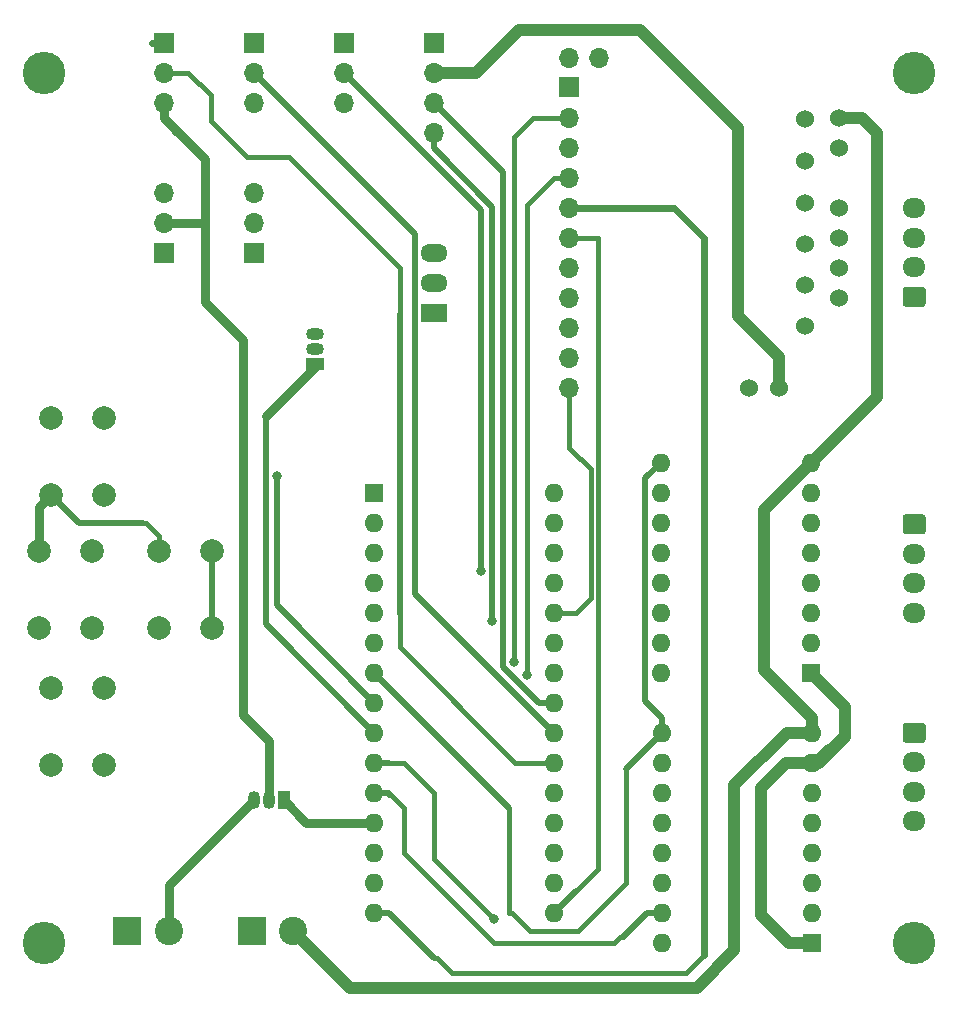
<source format=gbr>
%TF.GenerationSoftware,KiCad,Pcbnew,(5.1.9)-1*%
%TF.CreationDate,2021-11-28T22:55:22-05:00*%
%TF.ProjectId,FilamentFactoryBoard,46696c61-6d65-46e7-9446-6163746f7279,rev?*%
%TF.SameCoordinates,Original*%
%TF.FileFunction,Copper,L2,Bot*%
%TF.FilePolarity,Positive*%
%FSLAX46Y46*%
G04 Gerber Fmt 4.6, Leading zero omitted, Abs format (unit mm)*
G04 Created by KiCad (PCBNEW (5.1.9)-1) date 2021-11-28 22:55:22*
%MOMM*%
%LPD*%
G01*
G04 APERTURE LIST*
%TA.AperFunction,ComponentPad*%
%ADD10R,1.500000X1.050000*%
%TD*%
%TA.AperFunction,ComponentPad*%
%ADD11O,1.500000X1.050000*%
%TD*%
%TA.AperFunction,ComponentPad*%
%ADD12R,1.050000X1.500000*%
%TD*%
%TA.AperFunction,ComponentPad*%
%ADD13O,1.050000X1.500000*%
%TD*%
%TA.AperFunction,ComponentPad*%
%ADD14C,2.000000*%
%TD*%
%TA.AperFunction,ComponentPad*%
%ADD15O,1.600000X1.600000*%
%TD*%
%TA.AperFunction,ComponentPad*%
%ADD16R,1.600000X1.600000*%
%TD*%
%TA.AperFunction,ComponentPad*%
%ADD17C,1.524000*%
%TD*%
%TA.AperFunction,ComponentPad*%
%ADD18O,1.700000X1.700000*%
%TD*%
%TA.AperFunction,ComponentPad*%
%ADD19R,1.700000X1.700000*%
%TD*%
%TA.AperFunction,ComponentPad*%
%ADD20C,2.400000*%
%TD*%
%TA.AperFunction,ComponentPad*%
%ADD21R,2.400000X2.400000*%
%TD*%
%TA.AperFunction,ComponentPad*%
%ADD22O,1.950000X1.700000*%
%TD*%
%TA.AperFunction,ComponentPad*%
%ADD23O,2.300000X1.500000*%
%TD*%
%TA.AperFunction,ComponentPad*%
%ADD24R,2.300000X1.500000*%
%TD*%
%TA.AperFunction,ComponentPad*%
%ADD25C,3.600000*%
%TD*%
%TA.AperFunction,ViaPad*%
%ADD26C,0.800000*%
%TD*%
%TA.AperFunction,Conductor*%
%ADD27C,0.550000*%
%TD*%
%TA.AperFunction,Conductor*%
%ADD28C,0.400000*%
%TD*%
%TA.AperFunction,Conductor*%
%ADD29C,0.600000*%
%TD*%
%TA.AperFunction,Conductor*%
%ADD30C,1.000000*%
%TD*%
%TA.AperFunction,Conductor*%
%ADD31C,0.800000*%
%TD*%
G04 APERTURE END LIST*
D10*
%TO.P,Q2,1*%
%TO.N,Net-(A1-Pad9)*%
X259181600Y-60248800D03*
D11*
%TO.P,Q2,3*%
%TO.N,Net-(FanPWM1-Pad1)*%
X259181600Y-57708800D03*
%TO.P,Q2,2*%
%TO.N,+24V*%
X259181600Y-58978800D03*
%TD*%
D12*
%TO.P,Q1,1*%
%TO.N,Net-(A1-Pad12)*%
X256489200Y-97129600D03*
D13*
%TO.P,Q1,3*%
%TO.N,Net-(HeaterControl1-Pad2)*%
X253949200Y-97129600D03*
%TO.P,Q1,2*%
%TO.N,+5V*%
X255219200Y-97129600D03*
%TD*%
D14*
%TO.P,SW2,1*%
%TO.N,GND*%
X236800000Y-87630000D03*
%TO.P,SW2,2*%
%TO.N,Net-(A1-Pad19)*%
X241300000Y-87630000D03*
%TO.P,SW2,1*%
%TO.N,GND*%
X236800000Y-94130000D03*
%TO.P,SW2,2*%
%TO.N,Net-(A1-Pad19)*%
X241300000Y-94130000D03*
%TD*%
D15*
%TO.P,A1,16*%
%TO.N,Net-(A1-Pad16)*%
X279400000Y-106680000D03*
%TO.P,A1,15*%
%TO.N,Net-(A1-Pad15)*%
X264160000Y-106680000D03*
%TO.P,A1,30*%
%TO.N,N/C*%
X279400000Y-71120000D03*
%TO.P,A1,14*%
%TO.N,Net-(A1-Pad14)*%
X264160000Y-104140000D03*
%TO.P,A1,29*%
%TO.N,GND*%
X279400000Y-73660000D03*
%TO.P,A1,13*%
%TO.N,Net-(A1-Pad13)*%
X264160000Y-101600000D03*
%TO.P,A1,28*%
%TO.N,N/C*%
X279400000Y-76200000D03*
%TO.P,A1,12*%
%TO.N,Net-(A1-Pad12)*%
X264160000Y-99060000D03*
%TO.P,A1,27*%
%TO.N,+5V*%
X279400000Y-78740000D03*
%TO.P,A1,11*%
%TO.N,Net-(A1-Pad11)*%
X264160000Y-96520000D03*
%TO.P,A1,26*%
%TO.N,Net-(A1-Pad26)*%
X279400000Y-81280000D03*
%TO.P,A1,10*%
%TO.N,Net-(A1-Pad10)*%
X264160000Y-93980000D03*
%TO.P,A1,25*%
%TO.N,Net-(A1-Pad25)*%
X279400000Y-83820000D03*
%TO.P,A1,9*%
%TO.N,Net-(A1-Pad9)*%
X264160000Y-91440000D03*
%TO.P,A1,24*%
%TO.N,Net-(A1-Pad24)*%
X279400000Y-86360000D03*
%TO.P,A1,8*%
%TO.N,Net-(A1-Pad8)*%
X264160000Y-88900000D03*
%TO.P,A1,23*%
%TO.N,Net-(A1-Pad23)*%
X279400000Y-88900000D03*
%TO.P,A1,7*%
%TO.N,Net-(A1-Pad7)*%
X264160000Y-86360000D03*
%TO.P,A1,22*%
%TO.N,Net-(A1-Pad22)*%
X279400000Y-91440000D03*
%TO.P,A1,6*%
%TO.N,Net-(A1-Pad6)*%
X264160000Y-83820000D03*
%TO.P,A1,21*%
%TO.N,Net-(A1-Pad21)*%
X279400000Y-93980000D03*
%TO.P,A1,5*%
%TO.N,Net-(A1-Pad5)*%
X264160000Y-81280000D03*
%TO.P,A1,20*%
%TO.N,Net-(A1-Pad20)*%
X279400000Y-96520000D03*
%TO.P,A1,4*%
%TO.N,GND*%
X264160000Y-78740000D03*
%TO.P,A1,19*%
%TO.N,Net-(A1-Pad19)*%
X279400000Y-99060000D03*
%TO.P,A1,3*%
%TO.N,N/C*%
X264160000Y-76200000D03*
%TO.P,A1,18*%
X279400000Y-101600000D03*
%TO.P,A1,2*%
%TO.N,Net-(A1-Pad2)*%
X264160000Y-73660000D03*
%TO.P,A1,17*%
%TO.N,N/C*%
X279400000Y-104140000D03*
D16*
%TO.P,A1,1*%
%TO.N,Net-(A1-Pad1)*%
X264160000Y-71120000D03*
%TD*%
D17*
%TO.P,AMIS1,13*%
%TO.N,+24V*%
X300609000Y-39497000D03*
%TO.P,AMIS1,14*%
%TO.N,GND*%
X300609000Y-42989500D03*
%TO.P,AMIS1,15*%
%TO.N,Net-(AMIS1-Pad15)*%
X300609000Y-46545500D03*
%TO.P,AMIS1,16*%
%TO.N,Net-(AMIS1-Pad16)*%
X300609000Y-50038000D03*
%TO.P,AMIS1,17*%
%TO.N,Net-(AMIS1-Pad17)*%
X300609000Y-53530500D03*
%TO.P,AMIS1,18*%
%TO.N,Net-(AMIS1-Pad18)*%
X300609000Y-57023000D03*
%TO.P,AMIS1,20*%
%TO.N,GND*%
X295910000Y-62230000D03*
%TO.P,AMIS1,19*%
%TO.N,+5V*%
X298450000Y-62230000D03*
%TO.P,AMIS1,13*%
%TO.N,+24V*%
X303530000Y-39370000D03*
%TO.P,AMIS1,14*%
%TO.N,GND*%
X303530000Y-41910000D03*
%TO.P,AMIS1,15*%
%TO.N,Net-(AMIS1-Pad15)*%
X303530000Y-46990000D03*
%TO.P,AMIS1,16*%
%TO.N,Net-(AMIS1-Pad16)*%
X303530000Y-49530000D03*
%TO.P,AMIS1,17*%
%TO.N,Net-(AMIS1-Pad17)*%
X303530000Y-52070000D03*
%TO.P,AMIS1,18*%
%TO.N,Net-(AMIS1-Pad18)*%
X303530000Y-54610000D03*
D18*
%TO.P,AMIS1,12*%
%TO.N,N/C*%
X283170000Y-34290000D03*
%TO.P,AMIS1,2*%
%TO.N,Net-(A1-Pad13)*%
X280670000Y-39370000D03*
%TO.P,AMIS1,11*%
%TO.N,Net-(A1-Pad26)*%
X280670000Y-62230000D03*
%TO.P,AMIS1,10*%
%TO.N,N/C*%
X280670000Y-59690000D03*
%TO.P,AMIS1,9*%
X280670000Y-57150000D03*
%TO.P,AMIS1,8*%
X280670000Y-54610000D03*
%TO.P,AMIS1,7*%
X280670000Y-52070000D03*
%TO.P,AMIS1,6*%
%TO.N,Net-(A1-Pad16)*%
X280670000Y-49530000D03*
%TO.P,AMIS1,5*%
%TO.N,Net-(A1-Pad15)*%
X280670000Y-46990000D03*
%TO.P,AMIS1,4*%
%TO.N,Net-(A1-Pad14)*%
X280670000Y-44450000D03*
%TO.P,AMIS1,3*%
%TO.N,N/C*%
X280670000Y-41910000D03*
%TO.P,AMIS1,0*%
X280670000Y-34290000D03*
D19*
%TO.P,AMIS1,1*%
%TO.N,GND*%
X280670000Y-36790000D03*
%TD*%
D20*
%TO.P,HeaterControl1,2*%
%TO.N,Net-(HeaterControl1-Pad2)*%
X246761000Y-108204000D03*
D21*
%TO.P,HeaterControl1,1*%
%TO.N,GND*%
X243261000Y-108204000D03*
%TD*%
D22*
%TO.P,J5,4*%
%TO.N,Net-(A3-Pad3)*%
X309880000Y-81280000D03*
%TO.P,J5,3*%
%TO.N,Net-(A3-Pad4)*%
X309880000Y-78780000D03*
%TO.P,J5,2*%
%TO.N,Net-(A3-Pad5)*%
X309880000Y-76280000D03*
%TO.P,J5,1*%
%TO.N,Net-(A3-Pad6)*%
%TA.AperFunction,ComponentPad*%
G36*
G01*
X309155000Y-72930000D02*
X310605000Y-72930000D01*
G75*
G02*
X310855000Y-73180000I0J-250000D01*
G01*
X310855000Y-74380000D01*
G75*
G02*
X310605000Y-74630000I-250000J0D01*
G01*
X309155000Y-74630000D01*
G75*
G02*
X308905000Y-74380000I0J250000D01*
G01*
X308905000Y-73180000D01*
G75*
G02*
X309155000Y-72930000I250000J0D01*
G01*
G37*
%TD.AperFunction*%
%TD*%
D20*
%TO.P,24V_IN1,2*%
%TO.N,+24V*%
X257302000Y-108204000D03*
D21*
%TO.P,24V_IN1,1*%
%TO.N,GND*%
X253802000Y-108204000D03*
%TD*%
D22*
%TO.P,J2,4*%
%TO.N,Net-(AMIS1-Pad15)*%
X309880000Y-47030000D03*
%TO.P,J2,3*%
%TO.N,Net-(AMIS1-Pad16)*%
X309880000Y-49530000D03*
%TO.P,J2,2*%
%TO.N,Net-(AMIS1-Pad17)*%
X309880000Y-52030000D03*
%TO.P,J2,1*%
%TO.N,Net-(AMIS1-Pad18)*%
%TA.AperFunction,ComponentPad*%
G36*
G01*
X310605000Y-55380000D02*
X309155000Y-55380000D01*
G75*
G02*
X308905000Y-55130000I0J250000D01*
G01*
X308905000Y-53930000D01*
G75*
G02*
X309155000Y-53680000I250000J0D01*
G01*
X310605000Y-53680000D01*
G75*
G02*
X310855000Y-53930000I0J-250000D01*
G01*
X310855000Y-55130000D01*
G75*
G02*
X310605000Y-55380000I-250000J0D01*
G01*
G37*
%TD.AperFunction*%
%TD*%
D23*
%TO.P,U1,3*%
%TO.N,+5V*%
X269240000Y-50800000D03*
%TO.P,U1,2*%
%TO.N,GND*%
X269240000Y-53340000D03*
D24*
%TO.P,U1,1*%
%TO.N,+24V*%
X269240000Y-55880000D03*
%TD*%
D14*
%TO.P,SW4,1*%
%TO.N,GND*%
X236800000Y-64770000D03*
%TO.P,SW4,2*%
%TO.N,Net-(A1-Pad1)*%
X241300000Y-64770000D03*
%TO.P,SW4,1*%
%TO.N,GND*%
X236800000Y-71270000D03*
%TO.P,SW4,2*%
%TO.N,Net-(A1-Pad1)*%
X241300000Y-71270000D03*
%TD*%
%TO.P,SW3,1*%
%TO.N,GND*%
X235784000Y-76050000D03*
%TO.P,SW3,2*%
%TO.N,Net-(A1-Pad2)*%
X240284000Y-76050000D03*
%TO.P,SW3,1*%
%TO.N,GND*%
X235784000Y-82550000D03*
%TO.P,SW3,2*%
%TO.N,Net-(A1-Pad2)*%
X240284000Y-82550000D03*
%TD*%
%TO.P,SW1,1*%
%TO.N,GND*%
X245944000Y-76050000D03*
%TO.P,SW1,2*%
%TO.N,Net-(A1-Pad20)*%
X250444000Y-76050000D03*
%TO.P,SW1,1*%
%TO.N,GND*%
X245944000Y-82550000D03*
%TO.P,SW1,2*%
%TO.N,Net-(A1-Pad20)*%
X250444000Y-82550000D03*
%TD*%
D18*
%TO.P,Thermistor1,3*%
%TO.N,+5V*%
X261620000Y-38100000D03*
%TO.P,Thermistor1,2*%
%TO.N,Net-(A1-Pad25)*%
X261620000Y-35560000D03*
D19*
%TO.P,Thermistor1,1*%
%TO.N,GND*%
X261620000Y-33020000D03*
%TD*%
D18*
%TO.P,ServoPWM1,3*%
%TO.N,GND*%
X246380000Y-45720000D03*
%TO.P,ServoPWM1,2*%
%TO.N,+5V*%
X246380000Y-48260000D03*
D19*
%TO.P,ServoPWM1,1*%
%TO.N,Net-(A1-Pad8)*%
X246380000Y-50800000D03*
%TD*%
D18*
%TO.P,POT_tensionSensor1,3*%
%TO.N,+5V*%
X254000000Y-38100000D03*
%TO.P,POT_tensionSensor1,2*%
%TO.N,Net-(A1-Pad22)*%
X254000000Y-35560000D03*
D19*
%TO.P,POT_tensionSensor1,1*%
%TO.N,GND*%
X254000000Y-33020000D03*
%TD*%
D18*
%TO.P,LCD_I2C1,4*%
%TO.N,Net-(A1-Pad24)*%
X269240000Y-40640000D03*
%TO.P,LCD_I2C1,3*%
%TO.N,Net-(A1-Pad23)*%
X269240000Y-38100000D03*
%TO.P,LCD_I2C1,2*%
%TO.N,+5V*%
X269240000Y-35560000D03*
D19*
%TO.P,LCD_I2C1,1*%
%TO.N,GND*%
X269240000Y-33020000D03*
%TD*%
D22*
%TO.P,J4,4*%
%TO.N,Net-(A2-Pad3)*%
X309880000Y-98940000D03*
%TO.P,J4,3*%
%TO.N,Net-(A2-Pad4)*%
X309880000Y-96440000D03*
%TO.P,J4,2*%
%TO.N,Net-(A2-Pad5)*%
X309880000Y-93940000D03*
%TO.P,J4,1*%
%TO.N,Net-(A2-Pad6)*%
%TA.AperFunction,ComponentPad*%
G36*
G01*
X309155000Y-90590000D02*
X310605000Y-90590000D01*
G75*
G02*
X310855000Y-90840000I0J-250000D01*
G01*
X310855000Y-92040000D01*
G75*
G02*
X310605000Y-92290000I-250000J0D01*
G01*
X309155000Y-92290000D01*
G75*
G02*
X308905000Y-92040000I0J250000D01*
G01*
X308905000Y-90840000D01*
G75*
G02*
X309155000Y-90590000I250000J0D01*
G01*
G37*
%TD.AperFunction*%
%TD*%
D25*
%TO.P,H4,1*%
%TO.N,N/C*%
X236220000Y-109220000D03*
%TD*%
%TO.P,H3,1*%
%TO.N,N/C*%
X309880000Y-109220000D03*
%TD*%
%TO.P,H2,1*%
%TO.N,N/C*%
X236220000Y-35560000D03*
%TD*%
%TO.P,H1,1*%
%TO.N,N/C*%
X309880000Y-35560000D03*
%TD*%
D18*
%TO.P,FanPWM1,3*%
%TO.N,GND*%
X254000000Y-45720000D03*
%TO.P,FanPWM1,2*%
%TO.N,+24V*%
X254000000Y-48260000D03*
D19*
%TO.P,FanPWM1,1*%
%TO.N,Net-(FanPWM1-Pad1)*%
X254000000Y-50800000D03*
%TD*%
D18*
%TO.P,conductivitySensor1,3*%
%TO.N,+5V*%
X246380000Y-38100000D03*
%TO.P,conductivitySensor1,2*%
%TO.N,Net-(A1-Pad21)*%
X246380000Y-35560000D03*
D19*
%TO.P,conductivitySensor1,1*%
%TO.N,GND*%
X246380000Y-33020000D03*
%TD*%
D15*
%TO.P,A3,16*%
%TO.N,Net-(A1-Pad5)*%
X288461000Y-86339000D03*
%TO.P,A3,8*%
%TO.N,+24V*%
X301161000Y-68559000D03*
%TO.P,A3,15*%
%TO.N,Net-(A1-Pad6)*%
X288461000Y-83799000D03*
%TO.P,A3,7*%
%TO.N,GND*%
X301161000Y-71099000D03*
%TO.P,A3,14*%
%TO.N,N/C*%
X288461000Y-81259000D03*
%TO.P,A3,6*%
%TO.N,Net-(A3-Pad6)*%
X301161000Y-73639000D03*
%TO.P,A3,13*%
%TO.N,N/C*%
X288461000Y-78719000D03*
%TO.P,A3,5*%
%TO.N,Net-(A3-Pad5)*%
X301161000Y-76179000D03*
%TO.P,A3,12*%
%TO.N,N/C*%
X288461000Y-76179000D03*
%TO.P,A3,4*%
%TO.N,Net-(A3-Pad4)*%
X301161000Y-78719000D03*
%TO.P,A3,11*%
%TO.N,N/C*%
X288461000Y-73639000D03*
%TO.P,A3,3*%
%TO.N,Net-(A3-Pad3)*%
X301161000Y-81259000D03*
%TO.P,A3,10*%
%TO.N,N/C*%
X288461000Y-71099000D03*
%TO.P,A3,2*%
%TO.N,+5V*%
X301161000Y-83799000D03*
%TO.P,A3,9*%
%TO.N,Net-(A1-Pad7)*%
X288461000Y-68559000D03*
D16*
%TO.P,A3,1*%
%TO.N,GND*%
X301161000Y-86339000D03*
%TD*%
D15*
%TO.P,A2,16*%
%TO.N,Net-(A1-Pad10)*%
X288544000Y-109220000D03*
%TO.P,A2,8*%
%TO.N,+24V*%
X301244000Y-91440000D03*
%TO.P,A2,15*%
%TO.N,Net-(A1-Pad11)*%
X288544000Y-106680000D03*
%TO.P,A2,7*%
%TO.N,GND*%
X301244000Y-93980000D03*
%TO.P,A2,14*%
%TO.N,N/C*%
X288544000Y-104140000D03*
%TO.P,A2,6*%
%TO.N,Net-(A2-Pad6)*%
X301244000Y-96520000D03*
%TO.P,A2,13*%
%TO.N,N/C*%
X288544000Y-101600000D03*
%TO.P,A2,5*%
%TO.N,Net-(A2-Pad5)*%
X301244000Y-99060000D03*
%TO.P,A2,12*%
%TO.N,N/C*%
X288544000Y-99060000D03*
%TO.P,A2,4*%
%TO.N,Net-(A2-Pad4)*%
X301244000Y-101600000D03*
%TO.P,A2,11*%
%TO.N,N/C*%
X288544000Y-96520000D03*
%TO.P,A2,3*%
%TO.N,Net-(A2-Pad3)*%
X301244000Y-104140000D03*
%TO.P,A2,10*%
%TO.N,N/C*%
X288544000Y-93980000D03*
%TO.P,A2,2*%
%TO.N,+5V*%
X301244000Y-106680000D03*
%TO.P,A2,9*%
%TO.N,Net-(A1-Pad7)*%
X288544000Y-91440000D03*
D16*
%TO.P,A2,1*%
%TO.N,GND*%
X301244000Y-109220000D03*
%TD*%
D26*
%TO.N,Net-(A1-Pad14)*%
X277122200Y-86558100D03*
%TO.N,Net-(A1-Pad13)*%
X275969900Y-85405800D03*
%TO.N,Net-(A1-Pad10)*%
X274320000Y-107186400D03*
%TO.N,Net-(A1-Pad25)*%
X273216500Y-77761000D03*
%TO.N,Net-(A1-Pad24)*%
X274156000Y-81937600D03*
%TO.N,Net-(A1-Pad8)*%
X255906500Y-69707900D03*
%TD*%
D27*
%TO.N,Net-(A1-Pad16)*%
X281233400Y-104846600D02*
X279400000Y-106680000D01*
D28*
X280670000Y-49530000D02*
X283108400Y-49530000D01*
X283108400Y-102971600D02*
X282575000Y-103505000D01*
X283108400Y-49530000D02*
X283108400Y-102971600D01*
X282575000Y-103505000D02*
X281233400Y-104846600D01*
X282956000Y-103124000D02*
X282575000Y-103505000D01*
D27*
%TO.N,Net-(A1-Pad15)*%
X264160000Y-106680000D02*
X265435300Y-106680000D01*
X265435300Y-106680000D02*
X269253400Y-110498100D01*
D28*
X269253400Y-110498100D02*
X269502100Y-110498100D01*
X269502100Y-110498100D02*
X270764000Y-111760000D01*
X270764000Y-111760000D02*
X290576000Y-111760000D01*
X290576000Y-111760000D02*
X292100000Y-110236000D01*
D29*
X292100000Y-110236000D02*
X292100000Y-49530000D01*
X292100000Y-49530000D02*
X289560000Y-46990000D01*
X289560000Y-46990000D02*
X280670000Y-46990000D01*
D28*
%TO.N,Net-(A1-Pad14)*%
X277122200Y-46727800D02*
X279400000Y-44450000D01*
X277122200Y-86558100D02*
X277122200Y-46727800D01*
X280670000Y-44450000D02*
X279400000Y-44450000D01*
D27*
%TO.N,GND*%
X244570000Y-73660000D02*
X239190000Y-73660000D01*
X239190000Y-73660000D02*
X236800000Y-71270000D01*
X302564300Y-92659700D02*
X301244000Y-93980000D01*
D28*
X244570000Y-73660000D02*
X244856000Y-73660000D01*
X245944000Y-74748000D02*
X245944000Y-76050000D01*
X244856000Y-73660000D02*
X245944000Y-74748000D01*
X303784000Y-91440000D02*
X302564300Y-92659700D01*
X303784000Y-90170000D02*
X303784000Y-91440000D01*
D29*
X245364000Y-33020000D02*
X246380000Y-33020000D01*
D30*
X301244000Y-93980000D02*
X299059600Y-93980000D01*
X299059600Y-93980000D02*
X296926000Y-96113600D01*
X296926000Y-96113600D02*
X296926000Y-106883200D01*
X299262800Y-109220000D02*
X301244000Y-109220000D01*
X296926000Y-106883200D02*
X299262800Y-109220000D01*
X301244000Y-93980000D02*
X301853600Y-93980000D01*
X301853600Y-93980000D02*
X304038000Y-91795600D01*
X304038000Y-89216000D02*
X301161000Y-86339000D01*
X304038000Y-91795600D02*
X304038000Y-89216000D01*
D31*
X235784000Y-72286000D02*
X236800000Y-71270000D01*
X235784000Y-76050000D02*
X235784000Y-72286000D01*
D28*
%TO.N,Net-(A1-Pad13)*%
X275969900Y-41022100D02*
X275969900Y-85405800D01*
X277622000Y-39370000D02*
X275969900Y-41022100D01*
X280670000Y-39370000D02*
X277622000Y-39370000D01*
D31*
%TO.N,Net-(A1-Pad12)*%
X258419600Y-99060000D02*
X256489200Y-97129600D01*
X264160000Y-99060000D02*
X258419600Y-99060000D01*
D28*
%TO.N,+5V*%
X248920000Y-41965300D02*
X247725300Y-40770600D01*
D30*
X298450000Y-59639200D02*
X298450000Y-62230000D01*
X294995600Y-40233600D02*
X294995600Y-56184800D01*
X294995600Y-56184800D02*
X298450000Y-59639200D01*
X286664400Y-31902400D02*
X294995600Y-40233600D01*
X272796000Y-35560000D02*
X276453600Y-31902400D01*
X276453600Y-31902400D02*
X286664400Y-31902400D01*
X269240000Y-35560000D02*
X272796000Y-35560000D01*
D31*
X255219200Y-97129600D02*
X255219200Y-92151200D01*
X255219200Y-92151200D02*
X253034800Y-89966800D01*
X253034800Y-89966800D02*
X253034800Y-58166000D01*
X253034800Y-58166000D02*
X249834400Y-54965600D01*
D27*
X247342950Y-40388250D02*
X246380000Y-39425300D01*
X247725300Y-40770600D02*
X247342950Y-40388250D01*
D31*
X249631200Y-48260000D02*
X249834400Y-48056800D01*
X246380000Y-48260000D02*
X249631200Y-48260000D01*
X249834400Y-48056800D02*
X249834400Y-42879700D01*
X249834400Y-54965600D02*
X249834400Y-48056800D01*
X246380000Y-39425300D02*
X247952550Y-40997850D01*
X246380000Y-38100000D02*
X246380000Y-39425300D01*
X247952550Y-40997850D02*
X247342950Y-40388250D01*
X249834400Y-42879700D02*
X247952550Y-40997850D01*
D27*
%TO.N,Net-(A1-Pad11)*%
X288544000Y-106680000D02*
X287268700Y-106680000D01*
X264160000Y-96520000D02*
X265435300Y-96520000D01*
X265435300Y-96520000D02*
X265435300Y-96679400D01*
X285211600Y-108737100D02*
X287268700Y-106680000D01*
D28*
X285211600Y-108737100D02*
X284962900Y-108737100D01*
X284962900Y-108737100D02*
X284480000Y-109220000D01*
X284480000Y-109220000D02*
X274320000Y-109220000D01*
X274320000Y-109220000D02*
X266700000Y-101600000D01*
X266700000Y-97784700D02*
X265435300Y-96520000D01*
X266700000Y-101600000D02*
X266700000Y-97784700D01*
%TO.N,Net-(A1-Pad26)*%
X280670000Y-62230000D02*
X280670000Y-67310000D01*
X280670000Y-67310000D02*
X282498800Y-69138800D01*
X282498800Y-69138800D02*
X282498800Y-80010000D01*
X281228800Y-81280000D02*
X279400000Y-81280000D01*
X282498800Y-80010000D02*
X281228800Y-81280000D01*
D27*
%TO.N,Net-(A1-Pad10)*%
X264160000Y-93980000D02*
X265435300Y-93980000D01*
D28*
X265435300Y-93980000D02*
X266700000Y-93980000D01*
X266700000Y-93980000D02*
X269240000Y-96520000D01*
X269240000Y-102106400D02*
X274320000Y-107186400D01*
X269240000Y-96520000D02*
X269240000Y-102106400D01*
D27*
%TO.N,Net-(A1-Pad25)*%
X261620000Y-35560000D02*
X273216500Y-47156500D01*
X273216500Y-47156500D02*
X273216500Y-77761000D01*
%TO.N,Net-(A1-Pad9)*%
X264160000Y-91440000D02*
X254983500Y-82263500D01*
D31*
X259181600Y-60437800D02*
X254983500Y-64635900D01*
X259181600Y-60248800D02*
X259181600Y-60437800D01*
D27*
X254983500Y-82263500D02*
X254983500Y-64635900D01*
%TO.N,Net-(A1-Pad24)*%
X269240000Y-41965300D02*
X274156000Y-46881300D01*
X274156000Y-46881300D02*
X274156000Y-81937600D01*
X269240000Y-40640000D02*
X269240000Y-41965300D01*
%TO.N,Net-(A1-Pad8)*%
X264160000Y-88900000D02*
X255906500Y-80646500D01*
X255906500Y-80646500D02*
X255906500Y-69707900D01*
%TO.N,Net-(A1-Pad23)*%
X279400000Y-88900000D02*
X278124700Y-88900000D01*
X278124700Y-88900000D02*
X275084700Y-85860000D01*
X275084700Y-85860000D02*
X275084700Y-43944700D01*
X275084700Y-43944700D02*
X269240000Y-38100000D01*
%TO.N,Net-(A1-Pad7)*%
X288461000Y-68559000D02*
X287131600Y-69888400D01*
X287131600Y-69888400D02*
X287131600Y-88752300D01*
X287131600Y-88752300D02*
X288544000Y-90164700D01*
X288544000Y-91440000D02*
X288544000Y-90164700D01*
X264160000Y-86360000D02*
X275590000Y-97790000D01*
D28*
X285496000Y-104140000D02*
X285496000Y-94488000D01*
X275844000Y-106680000D02*
X277368000Y-108204000D01*
X281432000Y-108204000D02*
X285496000Y-104140000D01*
X275590000Y-106680000D02*
X275844000Y-106680000D01*
X277368000Y-108204000D02*
X281432000Y-108204000D01*
X275590000Y-97790000D02*
X275590000Y-106680000D01*
D27*
X285496000Y-94488000D02*
X288544000Y-91440000D01*
%TO.N,Net-(A1-Pad22)*%
X279400000Y-91440000D02*
X267614600Y-79654600D01*
X267614600Y-79654600D02*
X267614600Y-49174600D01*
X267614600Y-49174600D02*
X254000000Y-35560000D01*
D28*
%TO.N,Net-(A1-Pad21)*%
X246380000Y-35560000D02*
X248412000Y-35560000D01*
X248412000Y-35560000D02*
X250317000Y-37465000D01*
X250317000Y-37465000D02*
X250317000Y-39624000D01*
X250317000Y-39624000D02*
X253365000Y-42672000D01*
X253365000Y-42672000D02*
X256921000Y-42672000D01*
X266319000Y-52070000D02*
X266319000Y-56007000D01*
X256921000Y-42672000D02*
X266319000Y-52070000D01*
X279400000Y-93980000D02*
X276098000Y-93980000D01*
X266319000Y-84201000D02*
X266319000Y-80645000D01*
X276098000Y-93980000D02*
X266319000Y-84201000D01*
D27*
X266319000Y-80645000D02*
X266319000Y-56007000D01*
X266319000Y-81407000D02*
X266319000Y-80645000D01*
%TO.N,Net-(A1-Pad20)*%
X250444000Y-82804000D02*
X250444000Y-76304000D01*
%TO.N,+24V*%
X299828200Y-69891800D02*
X301161000Y-68559000D01*
X300103650Y-89024350D02*
X299828200Y-88748900D01*
D30*
X306705000Y-63015000D02*
X301161000Y-68559000D01*
X306705000Y-40640000D02*
X306705000Y-63015000D01*
X305435000Y-39370000D02*
X306705000Y-40640000D01*
X303530000Y-39370000D02*
X305435000Y-39370000D01*
X299085000Y-91440000D02*
X301244000Y-91440000D01*
X294640000Y-95885000D02*
X299085000Y-91440000D01*
X294640000Y-109855000D02*
X294640000Y-95885000D01*
X291465000Y-113030000D02*
X294640000Y-109855000D01*
X262128000Y-113030000D02*
X291465000Y-113030000D01*
X257302000Y-108204000D02*
X262128000Y-113030000D01*
X301244000Y-90164700D02*
X300560850Y-89481550D01*
X301244000Y-91440000D02*
X301244000Y-90164700D01*
D27*
X300560850Y-89481550D02*
X300103650Y-89024350D01*
D30*
X300560850Y-89481550D02*
X297182650Y-86103350D01*
D28*
X300103650Y-89024350D02*
X297182650Y-86103350D01*
D30*
X297182650Y-72537350D02*
X301161000Y-68559000D01*
X297182650Y-86103350D02*
X297182650Y-72537350D01*
D31*
%TO.N,Net-(HeaterControl1-Pad2)*%
X246761000Y-104317800D02*
X253949200Y-97129600D01*
X246761000Y-108204000D02*
X246761000Y-104317800D01*
%TD*%
M02*

</source>
